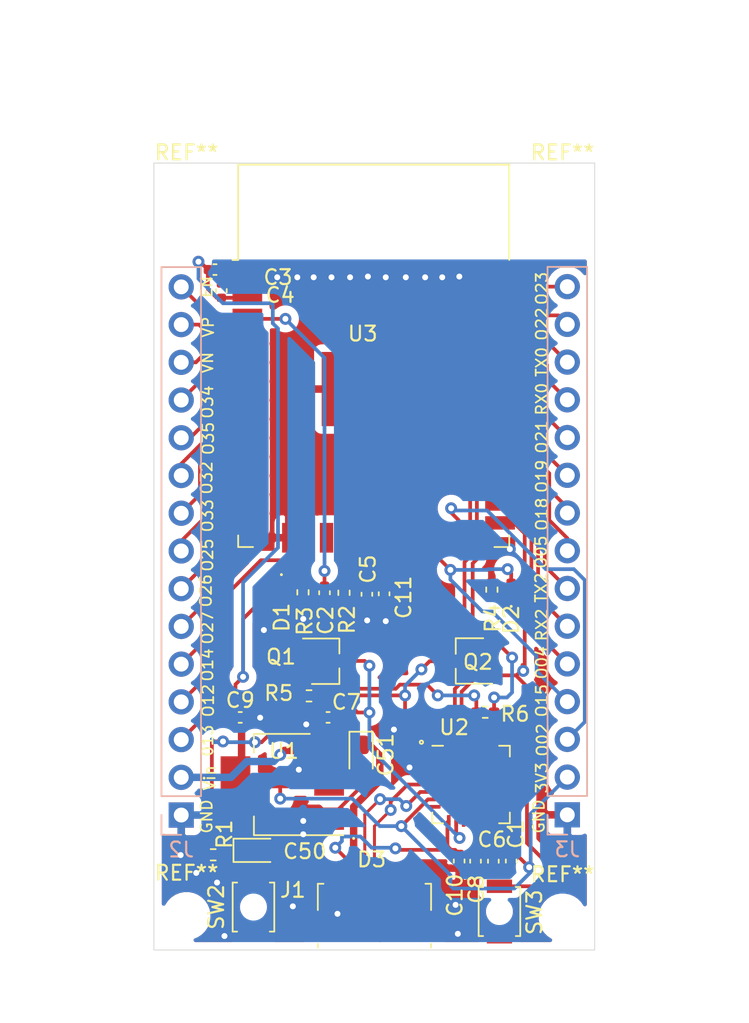
<source format=kicad_pcb>
(kicad_pcb (version 20171130) (host pcbnew "(5.1.8)-1")
  (layers (0 F.Cu signal) (31 B.Cu signal) (34 B.Paste user) (35 F.Paste user) (36 B.SilkS user) (37 F.SilkS user) (38 B.Mask user) (39 F.Mask user) (44 Edge.Cuts user))
  (net 0 "")
  (net 1 GND)
  (net 2 EN)
  (net 3 +3V3)
  (net 4 VBUS)
  (net 5 "Net-(D1-Pad1)")
  (net 6 "Net-(D2-Pad1)")
  (net 7 IO15)
  (net 8 D-)
  (net 9 D+)
  (net 10 VP)
  (net 11 VN)
  (net 12 IO27)
  (net 13 IO23)
  (net 14 IO22)
  (net 15 IO21)
  (net 16 IO19)
  (net 17 IO18)
  (net 18 TX2)
  (net 19 RX2)
  (net 20 IO14)
  (net 21 IO13)
  (net 22 I012)
  (net 23 IO5)
  (net 24 IO4)
  (net 25 RXD0)
  (net 26 IO2)
  (net 27 TXDO)
  (net 28 IO34)
  (net 29 IO35)
  (net 30 IO32)
  (net 31 IO33)
  (net 32 IO25)
  (net 33 IO26)
  (net 34 "Net-(Q1-Pad2)")
  (net 35 RTS)
  (net 36 IO0)
  (net 37 "Net-(Q2-Pad2)")
  (net 38 DTR)
  (net 39 "Net-(R1-Pad2)")
  (net 40 Vin)
  (module MountingHole:MountingHole_2.2mm_M2_DIN965 (layer F.Cu) (at 190.41 63.22)
    (fp_text reference REF** (at 0 -2.9) (layer F.SilkS))
    (fp_text value MountingHole_2.2mm_M2_DIN965)
    (pad 1 np_thru_hole circle (at 0 0) (size 2.2 2.2) (drill 2.2) (layers *.Cu *.Mask))
  )
  (module MountingHole:MountingHole_2.2mm_M2_DIN965 (layer F.Cu) (at 215.71 63.22)
    (fp_text reference REF** (at 0 -2.9) (layer F.SilkS))
    (fp_text value MountingHole_2.2mm_M2_DIN965)
    (pad 1 np_thru_hole circle (at 0 0) (size 2.2 2.2) (drill 2.2) (layers *.Cu *.Mask))
  )
  (module MountingHole:MountingHole_2.2mm_M2_DIN965 (layer F.Cu) (at 215.71 111.82)
    (fp_text reference REF** (at 0 -2.9) (layer F.SilkS))
    (fp_text value MountingHole_2.2mm_M2_DIN965)
    (pad 1 np_thru_hole circle (at 0 0) (size 2.2 2.2) (drill 2.2) (layers *.Cu *.Mask))
  )
  (module MountingHole:MountingHole_2.2mm_M2_DIN965 (layer F.Cu) (at 190.41 111.72)
    (fp_text reference REF** (at 0 -2.9) (layer F.SilkS))
    (fp_text value MountingHole_2.2mm_M2_DIN965)
    (pad 1 np_thru_hole circle (at 0 0) (size 2.2 2.2) (drill 2.2) (layers *.Cu *.Mask))
  )
  (module Connector_USB:USB_Micro-B_Molex_47346-0001 (layer F.Cu) (at 203.05 111.26)
    (fp_text reference J1 (at -5.49 -1.29 180) (layer F.SilkS))
    (fp_text value USB_B_Micro)
    (pad 1 smd rect (at -1.3 -1.46) (size 0.45 1.38) (layers F.Cu F.Paste F.Mask) (net 4 VBUS))
    (pad 2 smd rect (at -0.65 -1.46) (size 0.45 1.38) (layers F.Cu F.Paste F.Mask) (net 8 D-))
    (pad 3 smd rect (at 0 -1.46) (size 0.45 1.38) (layers F.Cu F.Paste F.Mask) (net 9 D+))
    (pad 4 smd rect (at 0.65 -1.46) (size 0.45 1.38) (layers F.Cu F.Paste F.Mask))
    (pad 5 smd rect (at 1.3 -1.46) (size 0.45 1.38) (layers F.Cu F.Paste F.Mask) (net 1 GND))
    (pad 6 smd rect (at -2.4875 -1.375) (size 1.425 1.55) (layers F.Cu F.Paste F.Mask) (net 1 GND))
    (pad 6 smd rect (at 2.4875 -1.375) (size 1.425 1.55) (layers F.Cu F.Paste F.Mask) (net 1 GND))
    (pad 6 smd rect (at -3.375 1.2) (size 1.65 1.3) (layers F.Cu F.Paste F.Mask) (net 1 GND))
    (pad 6 smd rect (at 3.375 1.2) (size 1.65 1.3) (layers F.Cu F.Paste F.Mask) (net 1 GND))
    (pad 6 smd rect (at -1.15 1.2) (size 1.8 1.9) (layers F.Cu F.Paste F.Mask) (net 1 GND))
    (pad 6 smd rect (at 1.55 1.2) (size 1 1.9) (layers F.Cu F.Paste F.Mask) (net 1 GND))
  )
  (module Capacitor_SMD:C_0402_1005Metric (layer F.Cu) (at 199.69 89.96 90)
    (fp_text reference C2 (at -1.86 0.07 90) (layer F.SilkS))
    (fp_text value 0.1uF)
    (pad 2 smd roundrect (at 0.48 0 90) (size 0.56 0.62) (layers F.Cu F.Paste F.Mask) (net 2 EN))
    (pad 1 smd roundrect (at -0.48 0 90) (size 0.56 0.62) (layers F.Cu F.Paste F.Mask) (net 1 GND))
  )
  (module Capacitor_SMD:C_0402_1005Metric (layer F.Cu) (at 192.32 68.2)
    (fp_text reference C3 (at 4.24 0.52) (layer F.SilkS))
    (fp_text value 0.1uF)
    (pad 2 smd roundrect (at 0.48 0) (size 0.56 0.62) (layers F.Cu F.Paste F.Mask) (net 1 GND))
    (pad 1 smd roundrect (at -0.48 0) (size 0.56 0.62) (layers F.Cu F.Paste F.Mask) (net 3 +3V3))
  )
  (module Capacitor_SMD:C_0402_1005Metric (layer F.Cu) (at 192.75 69.62 90)
    (fp_text reference C4 (at -0.3 3.96 180) (layer F.SilkS))
    (fp_text value 0.01uF)
    (pad 1 smd roundrect (at -0.48 0 90) (size 0.56 0.62) (layers F.Cu F.Paste F.Mask) (net 3 +3V3))
    (pad 2 smd roundrect (at 0.48 0 90) (size 0.56 0.62) (layers F.Cu F.Paste F.Mask) (net 1 GND))
  )
  (module Capacitor_SMD:C_0402_1005Metric (layer F.Cu) (at 202.54 90.06 270)
    (fp_text reference C5 (at -1.69 -0.07 90) (layer F.SilkS))
    (fp_text value 10uF)
    (pad 1 smd roundrect (at -0.48 0 270) (size 0.56 0.62) (layers F.Cu F.Paste F.Mask) (net 3 +3V3))
    (pad 2 smd roundrect (at 0.48 0 270) (size 0.56 0.62) (layers F.Cu F.Paste F.Mask) (net 1 GND))
  )
  (module Capacitor_SMD:C_0402_1005Metric (layer F.Cu) (at 199.93 98.35 180)
    (fp_text reference C7 (at -1.23 1.03) (layer F.SilkS))
    (fp_text value 0.1uF)
    (pad 1 smd roundrect (at -0.48 0 180) (size 0.56 0.62) (layers F.Cu F.Paste F.Mask) (net 40 Vin))
    (pad 2 smd roundrect (at 0.48 0 180) (size 0.56 0.62) (layers F.Cu F.Paste F.Mask) (net 1 GND))
  )
  (module Capacitor_SMD:C_0402_1005Metric (layer F.Cu) (at 194.02 98.35)
    (fp_text reference C9 (at 0 -1.16) (layer F.SilkS))
    (fp_text value 0.1uF)
    (pad 2 smd roundrect (at 0.48 0) (size 0.56 0.62) (layers F.Cu F.Paste F.Mask) (net 1 GND))
    (pad 1 smd roundrect (at -0.48 0) (size 0.56 0.62) (layers F.Cu F.Paste F.Mask) (net 3 +3V3))
  )
  (module Capacitor_Tantalum_SMD:CP_EIA-1608-08_AVX-J_Pad1.25x1.05mm_HandSolder (layer F.Cu) (at 195.25 107.3)
    (fp_text reference C50 (at 3.11 0.07) (layer F.SilkS))
    (fp_text value 10uF)
    (pad 2 smd roundrect (at 0.8 0) (size 1.25 1.05) (layers F.Cu F.Paste F.Mask) (roundrect_rratio 0.238095) (net 1 GND))
    (pad 1 smd roundrect (at -0.8 0) (size 1.25 1.05) (layers F.Cu F.Paste F.Mask) (roundrect_rratio 0.238095) (net 3 +3V3))
  )
  (module Capacitor_Tantalum_SMD:CP_EIA-1608-08_AVX-J_Pad1.25x1.05mm_HandSolder (layer F.Cu) (at 202.15 101 270)
    (fp_text reference C51 (at -0.13 -1.66 90) (layer F.SilkS))
    (fp_text value 10uF)
    (pad 1 smd roundrect (at -0.8 0 270) (size 1.25 1.05) (layers F.Cu F.Paste F.Mask) (roundrect_rratio 0.238095) (net 40 Vin))
    (pad 2 smd roundrect (at 0.8 0 270) (size 1.25 1.05) (layers F.Cu F.Paste F.Mask) (roundrect_rratio 0.238095) (net 1 GND))
  )
  (module LED_SMD:LED_0402_1005Metric (layer F.Cu) (at 196.79 89.83 270)
    (fp_text reference D1 (at 1.79 -0.02 90) (layer F.SilkS))
    (fp_text value LED)
    (pad 1 smd roundrect (at -0.485 0 270) (size 0.59 0.64) (layers F.Cu F.Paste F.Mask) (net 5 "Net-(D1-Pad1)"))
    (pad 2 smd roundrect (at 0.485 0 270) (size 0.59 0.64) (layers F.Cu F.Paste F.Mask) (net 3 +3V3))
  )
  (module LED_SMD:LED_0402_1005Metric (layer F.Cu) (at 212.25 89.785 90)
    (fp_text reference D2 (at -1.985 0.01 90) (layer F.SilkS))
    (fp_text value LED)
    (pad 2 smd roundrect (at 0.485 0 90) (size 0.59 0.64) (layers F.Cu F.Paste F.Mask) (net 7 IO15))
    (pad 1 smd roundrect (at -0.485 0 90) (size 0.59 0.64) (layers F.Cu F.Paste F.Mask) (net 6 "Net-(D2-Pad1)"))
  )
  (module Connector_PinHeader_2.54mm:PinHeader_1x15_P2.54mm_Vertical (layer B.Cu) (at 190.05 104.925)
    (fp_text reference J2 (at 0 2.33) (layer B.SilkS) (effects (justify mirror)))
    (fp_text value Conn_01x15_Male)
    (pad 1 thru_hole rect (at 0 0) (size 1.7 1.7) (drill 1) (layers *.Cu *.Mask) (net 1 GND))
    (pad 2 thru_hole oval (at 0 -2.54) (size 1.7 1.7) (drill 1) (layers *.Cu *.Mask) (net 40 Vin))
    (pad 3 thru_hole oval (at 0 -5.08) (size 1.7 1.7) (drill 1) (layers *.Cu *.Mask) (net 21 IO13))
    (pad 4 thru_hole oval (at 0 -7.62) (size 1.7 1.7) (drill 1) (layers *.Cu *.Mask) (net 22 I012))
    (pad 5 thru_hole oval (at 0 -10.16) (size 1.7 1.7) (drill 1) (layers *.Cu *.Mask) (net 20 IO14))
    (pad 6 thru_hole oval (at 0 -12.7) (size 1.7 1.7) (drill 1) (layers *.Cu *.Mask) (net 12 IO27))
    (pad 7 thru_hole oval (at 0 -15.24) (size 1.7 1.7) (drill 1) (layers *.Cu *.Mask) (net 33 IO26))
    (pad 8 thru_hole oval (at 0 -17.78) (size 1.7 1.7) (drill 1) (layers *.Cu *.Mask) (net 32 IO25))
    (pad 9 thru_hole oval (at 0 -20.32) (size 1.7 1.7) (drill 1) (layers *.Cu *.Mask) (net 31 IO33))
    (pad 10 thru_hole oval (at 0 -22.86) (size 1.7 1.7) (drill 1) (layers *.Cu *.Mask) (net 30 IO32))
    (pad 11 thru_hole oval (at 0 -25.4) (size 1.7 1.7) (drill 1) (layers *.Cu *.Mask) (net 29 IO35))
    (pad 12 thru_hole oval (at 0 -27.94) (size 1.7 1.7) (drill 1) (layers *.Cu *.Mask) (net 28 IO34))
    (pad 13 thru_hole oval (at 0 -30.48) (size 1.7 1.7) (drill 1) (layers *.Cu *.Mask) (net 11 VN))
    (pad 14 thru_hole oval (at 0 -33.02) (size 1.7 1.7) (drill 1) (layers *.Cu *.Mask) (net 10 VP))
    (pad 15 thru_hole oval (at 0 -35.56) (size 1.7 1.7) (drill 1) (layers *.Cu *.Mask) (net 2 EN))
  )
  (module Connector_PinHeader_2.54mm:PinHeader_1x15_P2.54mm_Vertical (layer B.Cu) (at 216.025 104.91)
    (fp_text reference J3 (at 0 2.33) (layer B.SilkS) (effects (justify mirror)))
    (fp_text value Conn_01x15_Male)
    (pad 15 thru_hole oval (at 0 -35.56) (size 1.7 1.7) (drill 1) (layers *.Cu *.Mask) (net 13 IO23))
    (pad 14 thru_hole oval (at 0 -33.02) (size 1.7 1.7) (drill 1) (layers *.Cu *.Mask) (net 14 IO22))
    (pad 13 thru_hole oval (at 0 -30.48) (size 1.7 1.7) (drill 1) (layers *.Cu *.Mask) (net 27 TXDO))
    (pad 12 thru_hole oval (at 0 -27.94) (size 1.7 1.7) (drill 1) (layers *.Cu *.Mask) (net 25 RXD0))
    (pad 11 thru_hole oval (at 0 -25.4) (size 1.7 1.7) (drill 1) (layers *.Cu *.Mask) (net 15 IO21))
    (pad 10 thru_hole oval (at 0 -22.86) (size 1.7 1.7) (drill 1) (layers *.Cu *.Mask) (net 16 IO19))
    (pad 9 thru_hole oval (at 0 -20.32) (size 1.7 1.7) (drill 1) (layers *.Cu *.Mask) (net 17 IO18))
    (pad 8 thru_hole oval (at 0 -17.78) (size 1.7 1.7) (drill 1) (layers *.Cu *.Mask) (net 23 IO5))
    (pad 7 thru_hole oval (at 0 -15.24) (size 1.7 1.7) (drill 1) (layers *.Cu *.Mask) (net 18 TX2))
    (pad 6 thru_hole oval (at 0 -12.7) (size 1.7 1.7) (drill 1) (layers *.Cu *.Mask) (net 19 RX2))
    (pad 5 thru_hole oval (at 0 -10.16) (size 1.7 1.7) (drill 1) (layers *.Cu *.Mask) (net 24 IO4))
    (pad 4 thru_hole oval (at 0 -7.62) (size 1.7 1.7) (drill 1) (layers *.Cu *.Mask) (net 7 IO15))
    (pad 3 thru_hole oval (at 0 -5.08) (size 1.7 1.7) (drill 1) (layers *.Cu *.Mask) (net 26 IO2))
    (pad 2 thru_hole oval (at 0 -2.54) (size 1.7 1.7) (drill 1) (layers *.Cu *.Mask) (net 3 +3V3))
    (pad 1 thru_hole rect (at 0 0) (size 1.7 1.7) (drill 1) (layers *.Cu *.Mask) (net 1 GND))
  )
  (module Resistor_SMD:R_0402_1005Metric (layer F.Cu) (at 201 89.96 90)
    (fp_text reference R2 (at -1.81 0.21 90) (layer F.SilkS))
    (fp_text value 10k)
    (pad 1 smd roundrect (at -0.51 0 90) (size 0.54 0.64) (layers F.Cu F.Paste F.Mask) (net 3 +3V3))
    (pad 2 smd roundrect (at 0.51 0 90) (size 0.54 0.64) (layers F.Cu F.Paste F.Mask) (net 2 EN))
  )
  (module Resistor_SMD:R_0402_1005Metric (layer F.Cu) (at 198.24 89.93 90)
    (fp_text reference R3 (at -1.94 0.12 90) (layer F.SilkS))
    (fp_text value 10k)
    (pad 1 smd roundrect (at -0.51 0 90) (size 0.54 0.64) (layers F.Cu F.Paste F.Mask) (net 1 GND))
    (pad 2 smd roundrect (at 0.51 0 90) (size 0.54 0.64) (layers F.Cu F.Paste F.Mask) (net 5 "Net-(D1-Pad1)"))
  )
  (module Resistor_SMD:R_0402_1005Metric (layer F.Cu) (at 210.95 89.75 270)
    (fp_text reference R4 (at 1.92 -0.06 90) (layer F.SilkS))
    (fp_text value 10k)
    (pad 2 smd roundrect (at 0.51 0 270) (size 0.54 0.64) (layers F.Cu F.Paste F.Mask) (net 6 "Net-(D2-Pad1)"))
    (pad 1 smd roundrect (at -0.51 0 270) (size 0.54 0.64) (layers F.Cu F.Paste F.Mask) (net 1 GND))
  )
  (module Button_Switch_SMD:SW_SPST_B3U-1000P-B (layer F.Cu) (at 194.91 111.12 90)
    (fp_text reference SW2 (at 0 -2.5 90) (layer F.SilkS))
    (fp_text value SW_Push)
    (pad "" np_thru_hole circle (at 0 0 90) (size 0.8 0.8) (drill 0.8) (layers *.Cu *.Mask))
    (pad 2 smd rect (at 1.7 0 90) (size 0.9 1.7) (layers F.Cu F.Paste F.Mask) (net 39 "Net-(R1-Pad2)"))
    (pad 1 smd rect (at -1.7 0 90) (size 0.9 1.7) (layers F.Cu F.Paste F.Mask) (net 1 GND))
  )
  (module Button_Switch_SMD:SW_SPST_B3U-1000P-B (layer F.Cu) (at 211.46 111.42 270)
    (fp_text reference SW3 (at 0.05 -2.35 90) (layer F.SilkS))
    (fp_text value SW_Push hide)
    (pad 1 smd rect (at -1.7 0 270) (size 0.9 1.7) (layers F.Cu F.Paste F.Mask) (net 36 IO0))
    (pad 2 smd rect (at 1.7 0 270) (size 0.9 1.7) (layers F.Cu F.Paste F.Mask) (net 1 GND))
    (pad "" np_thru_hole circle (at 0 0 270) (size 0.8 0.8) (drill 0.8) (layers *.Cu *.Mask))
  )
  (module Package_TO_SOT_SMD:SOT-223-3_TabPin2 (layer F.Cu) (at 196.85 102.87 180)
    (fp_text reference U1 (at -0.11 2.25) (layer F.SilkS))
    (fp_text value LM1117-3.3)
    (pad 2 smd rect (at 3.15 0 180) (size 2 3.8) (layers F.Cu F.Paste F.Mask) (net 3 +3V3))
    (pad 2 smd rect (at -3.15 0 180) (size 2 1.5) (layers F.Cu F.Paste F.Mask) (net 3 +3V3))
    (pad 3 smd rect (at -3.15 2.3 180) (size 2 1.5) (layers F.Cu F.Paste F.Mask) (net 40 Vin))
    (pad 1 smd rect (at -3.15 -2.3 180) (size 2 1.5) (layers F.Cu F.Paste F.Mask) (net 1 GND))
  )
  (module Package_DFN_QFN:QFN-28-1EP_5x5mm_P0.5mm_EP3.35x3.35mm (layer F.Cu) (at 209.55 102.87)
    (fp_text reference U2 (at -1.14 -3.85) (layer F.SilkS))
    (fp_text value CP2102N-A01-GQFN28)
    (pad 1 smd roundrect (at -2.45 -1.5) (size 0.8 0.25) (layers F.Cu F.Paste F.Mask))
    (pad 2 smd roundrect (at -2.45 -1) (size 0.8 0.25) (layers F.Cu F.Paste F.Mask))
    (pad 3 smd roundrect (at -2.45 -0.5) (size 0.8 0.25) (layers F.Cu F.Paste F.Mask) (net 1 GND))
    (pad 4 smd roundrect (at -2.45 0) (size 0.8 0.25) (layers F.Cu F.Paste F.Mask) (net 9 D+))
    (pad 5 smd roundrect (at -2.45 0.5) (size 0.8 0.25) (layers F.Cu F.Paste F.Mask) (net 8 D-))
    (pad 6 smd roundrect (at -2.45 1) (size 0.8 0.25) (layers F.Cu F.Paste F.Mask) (net 3 +3V3))
    (pad 7 smd roundrect (at -2.45 1.5) (size 0.8 0.25) (layers F.Cu F.Paste F.Mask))
    (pad 8 smd roundrect (at -1.5 2.45) (size 0.25 0.8) (layers F.Cu F.Paste F.Mask) (net 4 VBUS))
    (pad 9 smd roundrect (at -1 2.45) (size 0.25 0.8) (layers F.Cu F.Paste F.Mask) (net 2 EN))
    (pad 10 smd roundrect (at -0.5 2.45) (size 0.25 0.8) (layers F.Cu F.Paste F.Mask))
    (pad 11 smd roundrect (at 0 2.45) (size 0.25 0.8) (layers F.Cu F.Paste F.Mask) (net 3 +3V3))
    (pad 12 smd roundrect (at 0.5 2.45) (size 0.25 0.8) (layers F.Cu F.Paste F.Mask))
    (pad 13 smd roundrect (at 1 2.45) (size 0.25 0.8) (layers F.Cu F.Paste F.Mask))
    (pad 14 smd roundrect (at 1.5 2.45) (size 0.25 0.8) (layers F.Cu F.Paste F.Mask))
    (pad 15 smd roundrect (at 2.45 1.5) (size 0.8 0.25) (layers F.Cu F.Paste F.Mask))
    (pad 16 smd roundrect (at 2.45 1) (size 0.8 0.25) (layers F.Cu F.Paste F.Mask))
    (pad 17 smd roundrect (at 2.45 0.5) (size 0.8 0.25) (layers F.Cu F.Paste F.Mask))
    (pad 18 smd roundrect (at 2.45 0) (size 0.8 0.25) (layers F.Cu F.Paste F.Mask))
    (pad 19 smd roundrect (at 2.45 -0.5) (size 0.8 0.25) (layers F.Cu F.Paste F.Mask))
    (pad 20 smd roundrect (at 2.45 -1) (size 0.8 0.25) (layers F.Cu F.Paste F.Mask))
    (pad 21 smd roundrect (at 2.45 -1.5) (size 0.8 0.25) (layers F.Cu F.Paste F.Mask))
    (pad 22 smd roundrect (at 1.5 -2.45) (size 0.25 0.8) (layers F.Cu F.Paste F.Mask))
    (pad 23 smd roundrect (at 1 -2.45) (size 0.25 0.8) (layers F.Cu F.Paste F.Mask))
    (pad 24 smd roundrect (at 0.5 -2.45) (size 0.25 0.8) (layers F.Cu F.Paste F.Mask) (net 35 RTS))
    (pad 25 smd roundrect (at 0 -2.45) (size 0.25 0.8) (layers F.Cu F.Paste F.Mask) (net 25 RXD0))
    (pad 26 smd roundrect (at -0.5 -2.45) (size 0.25 0.8) (layers F.Cu F.Paste F.Mask) (net 27 TXDO))
    (pad 27 smd roundrect (at -1 -2.45) (size 0.25 0.8) (layers F.Cu F.Paste F.Mask))
    (pad 28 smd roundrect (at -1.5 -2.45) (size 0.25 0.8) (layers F.Cu F.Paste F.Mask) (net 38 DTR))
    (pad 29 smd rect (at 0 0) (size 3.35 3.35) (layers F.Cu F.Mask) (net 1 GND))
  )
  (module RF_Module:ESP32-WROOM-32 (layer F.Cu) (at 203 77)
    (fp_text reference U3 (at -0.74 -4.48 180) (layer F.SilkS))
    (fp_text value ESP32-WROOM-32 hide)
    (pad 39 smd rect (at -1 -0.755) (size 5 5) (layers F.Cu F.Paste F.Mask) (net 1 GND))
    (pad 1 smd rect (at -8.5 -8.255) (size 2 0.9) (layers F.Cu F.Paste F.Mask) (net 1 GND))
    (pad 2 smd rect (at -8.5 -6.985) (size 2 0.9) (layers F.Cu F.Paste F.Mask) (net 3 +3V3))
    (pad 3 smd rect (at -8.5 -5.715) (size 2 0.9) (layers F.Cu F.Paste F.Mask) (net 2 EN))
    (pad 4 smd rect (at -8.5 -4.445) (size 2 0.9) (layers F.Cu F.Paste F.Mask) (net 10 VP))
    (pad 5 smd rect (at -8.5 -3.175) (size 2 0.9) (layers F.Cu F.Paste F.Mask) (net 11 VN))
    (pad 6 smd rect (at -8.5 -1.905) (size 2 0.9) (layers F.Cu F.Paste F.Mask) (net 28 IO34))
    (pad 7 smd rect (at -8.5 -0.635) (size 2 0.9) (layers F.Cu F.Paste F.Mask) (net 29 IO35))
    (pad 8 smd rect (at -8.5 0.635) (size 2 0.9) (layers F.Cu F.Paste F.Mask) (net 30 IO32))
    (pad 9 smd rect (at -8.5 1.905) (size 2 0.9) (layers F.Cu F.Paste F.Mask) (net 31 IO33))
    (pad 10 smd rect (at -8.5 3.175) (size 2 0.9) (layers F.Cu F.Paste F.Mask) (net 32 IO25))
    (pad 11 smd rect (at -8.5 4.445) (size 2 0.9) (layers F.Cu F.Paste F.Mask) (net 33 IO26))
    (pad 12 smd rect (at -8.5 5.715) (size 2 0.9) (layers F.Cu F.Paste F.Mask) (net 12 IO27))
    (pad 13 smd rect (at -8.5 6.985) (size 2 0.9) (layers F.Cu F.Paste F.Mask) (net 20 IO14))
    (pad 14 smd rect (at -8.5 8.255) (size 2 0.9) (layers F.Cu F.Paste F.Mask) (net 22 I012))
    (pad 15 smd rect (at -5.715 9.255 90) (size 2 0.9) (layers F.Cu F.Paste F.Mask) (net 1 GND))
    (pad 16 smd rect (at -4.445 9.255 90) (size 2 0.9) (layers F.Cu F.Paste F.Mask) (net 21 IO13))
    (pad 17 smd rect (at -3.175 9.255 90) (size 2 0.9) (layers F.Cu F.Paste F.Mask))
    (pad 18 smd rect (at -1.905 9.255 90) (size 2 0.9) (layers F.Cu F.Paste F.Mask))
    (pad 19 smd rect (at -0.635 9.255 90) (size 2 0.9) (layers F.Cu F.Paste F.Mask))
    (pad 20 smd rect (at 0.635 9.255 90) (size 2 0.9) (layers F.Cu F.Paste F.Mask))
    (pad 21 smd rect (at 1.905 9.255 90) (size 2 0.9) (layers F.Cu F.Paste F.Mask))
    (pad 22 smd rect (at 3.175 9.255 90) (size 2 0.9) (layers F.Cu F.Paste F.Mask))
    (pad 23 smd rect (at 4.445 9.255 90) (size 2 0.9) (layers F.Cu F.Paste F.Mask) (net 7 IO15))
    (pad 24 smd rect (at 5.715 9.255 90) (size 2 0.9) (layers F.Cu F.Paste F.Mask) (net 26 IO2))
    (pad 25 smd rect (at 8.5 8.255) (size 2 0.9) (layers F.Cu F.Paste F.Mask) (net 36 IO0))
    (pad 26 smd rect (at 8.5 6.985) (size 2 0.9) (layers F.Cu F.Paste F.Mask) (net 24 IO4))
    (pad 27 smd rect (at 8.5 5.715) (size 2 0.9) (layers F.Cu F.Paste F.Mask) (net 19 RX2))
    (pad 28 smd rect (at 8.5 4.445) (size 2 0.9) (layers F.Cu F.Paste F.Mask) (net 18 TX2))
    (pad 29 smd rect (at 8.5 3.175) (size 2 0.9) (layers F.Cu F.Paste F.Mask) (net 23 IO5))
    (pad 30 smd rect (at 8.5 1.905) (size 2 0.9) (layers F.Cu F.Paste F.Mask) (net 17 IO18))
    (pad 31 smd rect (at 8.5 0.635) (size 2 0.9) (layers F.Cu F.Paste F.Mask) (net 16 IO19))
    (pad 32 smd rect (at 8.5 -0.635) (size 2 0.9) (layers F.Cu F.Paste F.Mask))
    (pad 33 smd rect (at 8.5 -1.905) (size 2 0.9) (layers F.Cu F.Paste F.Mask) (net 15 IO21))
    (pad 34 smd rect (at 8.5 -3.175) (size 2 0.9) (layers F.Cu F.Paste F.Mask) (net 25 RXD0))
    (pad 35 smd rect (at 8.5 -4.445) (size 2 0.9) (layers F.Cu F.Paste F.Mask) (net 27 TXDO))
    (pad 36 smd rect (at 8.5 -5.715) (size 2 0.9) (layers F.Cu F.Paste F.Mask) (net 14 IO22))
    (pad 37 smd rect (at 8.5 -6.985) (size 2 0.9) (layers F.Cu F.Paste F.Mask) (net 13 IO23))
    (pad 38 smd rect (at 8.5 -8.255) (size 2 0.9) (layers F.Cu F.Paste F.Mask) (net 1 GND))
  )
  (module Capacitor_SMD:C_0402_1005Metric (layer F.Cu) (at 212.25 108.02 270)
    (fp_text reference C1 (at -1.8 -0.31 90) (layer F.SilkS))
    (fp_text value 10uF)
    (pad 2 smd roundrect (at 0.48 0 270) (size 0.56 0.62) (layers F.Cu F.Paste F.Mask) (net 1 GND))
    (pad 1 smd roundrect (at -0.48 0 270) (size 0.56 0.62) (layers F.Cu F.Paste F.Mask) (net 3 +3V3))
  )
  (module Capacitor_SMD:C_0402_1005Metric (layer F.Cu) (at 211.05 108.03 270)
    (fp_text reference C6 (at -1.46 0.09 180) (layer F.SilkS))
    (fp_text value 0.1uF)
    (pad 1 smd roundrect (at -0.48 0 270) (size 0.56 0.62) (layers F.Cu F.Paste F.Mask) (net 3 +3V3))
    (pad 2 smd roundrect (at 0.48 0 270) (size 0.56 0.62) (layers F.Cu F.Paste F.Mask) (net 1 GND))
  )
  (module Capacitor_SMD:C_0402_1005Metric (layer F.Cu) (at 209.85 108.03 270)
    (fp_text reference C8 (at 1.89 -0.06 270) (layer F.SilkS))
    (fp_text value 0.1uF)
    (pad 1 smd roundrect (at -0.48 0 270) (size 0.56 0.62) (layers F.Cu F.Paste F.Mask) (net 4 VBUS))
    (pad 2 smd roundrect (at 0.48 0 270) (size 0.56 0.62) (layers F.Cu F.Paste F.Mask) (net 1 GND))
  )
  (module Capacitor_SMD:C_0402_1005Metric (layer F.Cu) (at 208.75 108.02 270)
    (fp_text reference C10 (at 2.3 0.29 90) (layer F.SilkS))
    (fp_text value 10uF)
    (pad 2 smd roundrect (at 0.48 0 270) (size 0.56 0.62) (layers F.Cu F.Paste F.Mask) (net 1 GND))
    (pad 1 smd roundrect (at -0.48 0 270) (size 0.56 0.62) (layers F.Cu F.Paste F.Mask) (net 4 VBUS))
  )
  (module Capacitor_SMD:C_0402_1005Metric (layer F.Cu) (at 203.7 90.03 270)
    (fp_text reference C11 (at 0.24 -1.31 90) (layer F.SilkS))
    (fp_text value 1uF)
    (pad 1 smd roundrect (at -0.48 0 270) (size 0.56 0.62) (layers F.Cu F.Paste F.Mask) (net 3 +3V3))
    (pad 2 smd roundrect (at 0.48 0 270) (size 0.56 0.62) (layers F.Cu F.Paste F.Mask) (net 1 GND))
  )
  (module Package_TO_SOT_SMD:TSOT-23 (layer F.Cu) (at 199.74 94.55)
    (fp_text reference Q1 (at -2.98 -0.28) (layer F.SilkS))
    (fp_text value S8050)
    (pad 3 smd rect (at 1.31 0) (size 1.22 0.65) (layers F.Cu F.Paste F.Mask) (net 2 EN))
    (pad 2 smd rect (at -1.31 0.95) (size 1.22 0.65) (layers F.Cu F.Paste F.Mask) (net 34 "Net-(Q1-Pad2)"))
    (pad 1 smd rect (at -1.31 -0.95) (size 1.22 0.65) (layers F.Cu F.Paste F.Mask) (net 35 RTS))
  )
  (module Package_TO_SOT_SMD:TSOT-23 (layer F.Cu) (at 209.47 94.57 180)
    (fp_text reference Q2 (at -0.54 -0.05) (layer F.SilkS))
    (fp_text value S8050)
    (pad 1 smd rect (at -1.31 -0.95 180) (size 1.22 0.65) (layers F.Cu F.Paste F.Mask) (net 36 IO0))
    (pad 2 smd rect (at -1.31 0.95 180) (size 1.22 0.65) (layers F.Cu F.Paste F.Mask) (net 37 "Net-(Q2-Pad2)"))
    (pad 3 smd rect (at 1.31 0 180) (size 1.22 0.65) (layers F.Cu F.Paste F.Mask) (net 38 DTR))
  )
  (module Resistor_SMD:R_0402_1005Metric_Pad0.72x0.64mm_HandSolder (layer F.Cu) (at 192.2 107.6 180)
    (fp_text reference R1 (at -0.76 1.38 90) (layer F.SilkS))
    (fp_text value 470)
    (pad 1 smd roundrect (at -0.5975 0 180) (size 0.715 0.64) (layers F.Cu F.Paste F.Mask) (net 2 EN))
    (pad 2 smd roundrect (at 0.5975 0 180) (size 0.715 0.64) (layers F.Cu F.Paste F.Mask) (net 39 "Net-(R1-Pad2)"))
  )
  (module Resistor_SMD:R_0402_1005Metric_Pad0.72x0.64mm_HandSolder (layer F.Cu) (at 198.6475 96.9)
    (fp_text reference R5 (at -2.0375 -0.18) (layer F.SilkS))
    (fp_text value "12k 1%")
    (pad 2 smd roundrect (at 0.5975 0) (size 0.715 0.64) (layers F.Cu F.Paste F.Mask) (net 38 DTR))
    (pad 1 smd roundrect (at -0.5975 0) (size 0.715 0.64) (layers F.Cu F.Paste F.Mask) (net 34 "Net-(Q1-Pad2)"))
  )
  (module Resistor_SMD:R_0402_1005Metric_Pad0.72x0.64mm_HandSolder (layer F.Cu) (at 210.5025 98 180)
    (fp_text reference R6 (at -2.0075 -0.12) (layer F.SilkS))
    (fp_text value "12k 1%")
    (pad 1 smd roundrect (at -0.5975 0 180) (size 0.715 0.64) (layers F.Cu F.Paste F.Mask) (net 37 "Net-(Q2-Pad2)"))
    (pad 2 smd roundrect (at 0.5975 0 180) (size 0.715 0.64) (layers F.Cu F.Paste F.Mask) (net 35 RTS))
  )
  (module Diode_SMD:D_0201_0603Metric_Pad0.64x0.40mm_HandSolder (layer F.Cu) (at 201.65 107.5325 270)
    (fp_text reference D3 (at 0.3875 -1.21 180) (layer F.SilkS))
    (fp_text value 1N5818)
    (pad 1 smd roundrect (at -0.4075 0 270) (size 0.635 0.4) (layers F.Cu F.Mask) (net 40 Vin))
    (pad 2 smd roundrect (at 0.4075 0 270) (size 0.635 0.4) (layers F.Cu F.Mask) (net 4 VBUS))
  )
  (gr_text "O23\n" (at 214.31 69.47 90) (layer F.SilkS) (effects (font (size 0.75 0.75) (thickness 0.12))))
  (gr_text "O22\n" (at 214.31 71.87 90) (layer F.SilkS) (effects (font (size 0.75 0.75) (thickness 0.12))))
  (gr_text "TX0\n" (at 214.31 74.42 90) (layer F.SilkS) (effects (font (size 0.75 0.75) (thickness 0.12))))
  (gr_text "RX0\n" (at 214.31 76.92 90) (layer F.SilkS) (effects (font (size 0.75 0.75) (thickness 0.12))))
  (gr_text "O21\n" (at 214.31 79.47 90) (layer F.SilkS) (effects (font (size 0.75 0.75) (thickness 0.12))))
  (gr_text O19 (at 214.31 82.12 90) (layer F.SilkS) (effects (font (size 0.75 0.75) (thickness 0.12))))
  (gr_text O18 (at 214.31 84.67 90) (layer F.SilkS) (effects (font (size 0.75 0.75) (thickness 0.12))))
  (gr_text O05 (at 214.26 87.22 90) (layer F.SilkS) (effects (font (size 0.75 0.75) (thickness 0.12))))
  (gr_text TX2 (at 214.26 89.62 90) (layer F.SilkS) (effects (font (size 0.75 0.75) (thickness 0.12))))
  (gr_text RX2 (at 214.31 92.12 90) (layer F.SilkS) (effects (font (size 0.75 0.75) (thickness 0.12))))
  (gr_text O04 (at 214.31 94.67 90) (layer F.SilkS) (effects (font (size 0.75 0.75) (thickness 0.12))))
  (gr_text O15 (at 214.31 97.22 90) (layer F.SilkS) (effects (font (size 0.75 0.75) (thickness 0.12))))
  (gr_text O02 (at 214.36 99.87 90) (layer F.SilkS) (effects (font (size 0.75 0.75) (thickness 0.12))))
  (gr_text 3V3 (at 214.31 102.42 90) (layer F.SilkS) (effects (font (size 0.75 0.75) (thickness 0.12))))
  (gr_text GND (at 214.11 105.02 90) (layer F.SilkS) (effects (font (size 0.75 0.75) (thickness 0.12))))
  (gr_text EN (at 191.76 69.37 90) (layer F.SilkS) (effects (font (size 0.75 0.75) (thickness 0.12))))
  (gr_text "VP\n" (at 191.86 72.07 90) (layer F.SilkS) (effects (font (size 0.75 0.75) (thickness 0.12))))
  (gr_text VN (at 191.81 74.47 90) (layer F.SilkS) (effects (font (size 0.75 0.75) (thickness 0.12))))
  (gr_text "O34\n" (at 191.81 77.12 90) (layer F.SilkS) (effects (font (size 0.75 0.75) (thickness 0.12))))
  (gr_text O35 (at 191.86 79.57 90) (layer F.SilkS) (effects (font (size 0.75 0.75) (thickness 0.12))))
  (gr_text "O32\n" (at 191.76 82.22 90) (layer F.SilkS) (effects (font (size 0.75 0.75) (thickness 0.12))))
  (gr_text O33 (at 191.81 84.77 90) (layer F.SilkS) (effects (font (size 0.75 0.75) (thickness 0.12))))
  (gr_text O25 (at 191.81 87.42 90) (layer F.SilkS) (effects (font (size 0.75 0.75) (thickness 0.12))))
  (gr_text "O26\n" (at 191.71 89.82 90) (layer F.SilkS) (effects (font (size 0.75 0.75) (thickness 0.12))))
  (gr_text O27 (at 191.81 92.32 90) (layer F.SilkS) (effects (font (size 0.75 0.75) (thickness 0.12))))
  (gr_text O14 (at 191.81 94.82 90) (layer F.SilkS) (effects (font (size 0.75 0.75) (thickness 0.12))))
  (gr_text O12 (at 191.86 97.22 90) (layer F.SilkS) (effects (font (size 0.75 0.75) (thickness 0.12))))
  (gr_text 013 (at 191.81 99.92 90) (layer F.SilkS) (effects (font (size 0.75 0.75) (thickness 0.12))))
  (gr_text "GND\n" (at 191.76 105.02 90) (layer F.SilkS) (effects (font (size 0.75 0.75) (thickness 0.12))))
  (gr_text Vin (at 191.96 102.42 90) (layer F.SilkS) (effects (font (size 0.75 0.75) (thickness 0.12))))
  (gr_circle (center 206.21 100.02) (end 206.31 100.07) (layer F.SilkS) (width 0.12))
  (gr_line (start 188.21 114.01) (end 188.21 61.03) (layer Edge.Cuts) (width 0.05))
  (gr_line (start 217.87 61.03) (end 217.87 114.01) (layer Edge.Cuts) (width 0.05))
  (gr_line (start 188.21 61.03) (end 217.87 61.03) (layer Edge.Cuts) (width 0.05))
  (gr_line (start 217.87 114.01) (end 188.21 114.01) (layer Edge.Cuts) (width 0.05))
  (segment (start 209.05 102.37) (end 209.55 102.87) (width 0.25) (layer F.Cu) (net 1))
  (segment (start 207.1 102.37) (end 209.05 102.37) (width 0.25) (layer F.Cu) (net 1))
  (segment (start 209.84 108.5) (end 209.85 108.51) (width 0.25) (layer F.Cu) (net 1))
  (segment (start 208.75 108.5) (end 209.84 108.5) (width 0.25) (layer F.Cu) (net 1))
  (segment (start 209.85 108.51) (end 211.05 108.51) (width 0.25) (layer F.Cu) (net 1))
  (segment (start 212.24 108.51) (end 212.25 108.5) (width 0.25) (layer F.Cu) (net 1))
  (segment (start 211.05 108.51) (end 212.24 108.51) (width 0.25) (layer F.Cu) (net 1))
  (segment (start 194.105 69.14) (end 194.5 68.745) (width 0.25) (layer F.Cu) (net 1))
  (segment (start 192.75 69.14) (end 194.105 69.14) (width 0.25) (layer F.Cu) (net 1))
  (segment (start 193.955 68.2) (end 194.5 68.745) (width 0.25) (layer F.Cu) (net 1))
  (segment (start 192.8 68.2) (end 193.955 68.2) (width 0.25) (layer F.Cu) (net 1))
  (segment (start 203.67 90.54) (end 203.7 90.51) (width 0.25) (layer F.Cu) (net 1))
  (segment (start 202.54 90.54) (end 203.67 90.54) (width 0.25) (layer F.Cu) (net 1))
  (segment (start 198.24 90.44) (end 199.69 90.44) (width 0.25) (layer F.Cu) (net 1))
  (segment (start 209.5 68.745) (end 202 76.245) (width 0.25) (layer F.Cu) (net 1))
  (segment (start 211.5 68.745) (end 209.5 68.745) (width 0.25) (layer F.Cu) (net 1))
  (segment (start 199.385 112.75) (end 199.675 112.46) (width 0.25) (layer F.Cu) (net 1))
  (segment (start 199.675 112.46) (end 201.9 112.46) (width 0.25) (layer F.Cu) (net 1))
  (segment (start 204.6 112.46) (end 201.9 112.46) (width 0.25) (layer F.Cu) (net 1))
  (segment (start 206.425 112.46) (end 204.6 112.46) (width 0.25) (layer F.Cu) (net 1))
  (segment (start 200.5625 109.885) (end 200.5625 111.5725) (width 0.25) (layer F.Cu) (net 1))
  (segment (start 205.4525 109.8) (end 205.5375 109.885) (width 0.25) (layer F.Cu) (net 1))
  (segment (start 204.35 109.8) (end 205.4525 109.8) (width 0.25) (layer F.Cu) (net 1))
  (segment (start 202 78.995) (end 202 76.245) (width 0.25) (layer F.Cu) (net 1))
  (segment (start 200 105.17) (end 202.15 103.02) (width 0.25) (layer F.Cu) (net 1))
  (segment (start 202.15 103.02) (end 202.15 101.8) (width 0.25) (layer F.Cu) (net 1))
  (segment (start 204.35 112.21) (end 204.6 112.46) (width 0.25) (layer F.Cu) (net 1))
  (segment (start 204.35 109.8) (end 204.35 112.21) (width 0.25) (layer F.Cu) (net 1))
  (via (at 196.51 68.72) (size 0.8) (drill 0.4) (layers F.Cu B.Cu) (net 1))
  (via (at 197.86 68.72) (size 0.8) (drill 0.4) (layers F.Cu B.Cu) (net 1))
  (via (at 198.96 68.72) (size 0.8) (drill 0.4) (layers F.Cu B.Cu) (net 1))
  (via (at 200.16 68.72) (size 0.8) (drill 0.4) (layers F.Cu B.Cu) (net 1))
  (via (at 201.41 68.72) (size 0.8) (drill 0.4) (layers F.Cu B.Cu) (net 1))
  (via (at 202.61 68.67) (size 0.8) (drill 0.4) (layers F.Cu B.Cu) (net 1))
  (via (at 203.81 68.72) (size 0.8) (drill 0.4) (layers F.Cu B.Cu) (net 1))
  (via (at 205.16 68.72) (size 0.8) (drill 0.4) (layers F.Cu B.Cu) (net 1))
  (via (at 206.46 68.72) (size 0.8) (drill 0.4) (layers F.Cu B.Cu) (net 1))
  (via (at 207.61 68.72) (size 0.8) (drill 0.4) (layers F.Cu B.Cu) (net 1))
  (via (at 208.76 68.67) (size 0.8) (drill 0.4) (layers F.Cu B.Cu) (net 1))
  (via (at 190.01 107.62) (size 0.8) (drill 0.4) (layers F.Cu B.Cu) (net 1))
  (via (at 192.46 109.47) (size 0.8) (drill 0.4) (layers F.Cu B.Cu) (net 1))
  (via (at 191.06 108.82) (size 0.8) (drill 0.4) (layers F.Cu B.Cu) (net 1))
  (via (at 192.96 113.07) (size 0.8) (drill 0.4) (layers F.Cu B.Cu) (net 1))
  (via (at 208.51 110.97) (size 0.8) (drill 0.4) (layers F.Cu B.Cu) (net 1))
  (via (at 208.66 112.92) (size 0.8) (drill 0.4) (layers F.Cu B.Cu) (net 1))
  (via (at 205.41 101.72) (size 0.8) (drill 0.4) (layers F.Cu B.Cu) (net 1))
  (via (at 198.26 105.32) (size 0.8) (drill 0.4) (layers F.Cu B.Cu) (net 1))
  (via (at 198.26 106.22) (size 0.8) (drill 0.4) (layers F.Cu B.Cu) (net 1))
  (segment (start 198.26 104.47) (end 198.26 106.22) (width 0.5) (layer F.Cu) (net 1))
  (segment (start 199.3 104.47) (end 200 105.17) (width 0.5) (layer F.Cu) (net 1))
  (segment (start 199.85 105.32) (end 200 105.17) (width 0.5) (layer F.Cu) (net 1))
  (segment (start 198.26 105.32) (end 199.85 105.32) (width 0.5) (layer F.Cu) (net 1))
  (segment (start 198.95 106.22) (end 200 105.17) (width 0.5) (layer F.Cu) (net 1))
  (segment (start 198.26 106.22) (end 198.95 106.22) (width 0.5) (layer F.Cu) (net 1))
  (segment (start 198.95 104.86) (end 198.56 104.47) (width 0.5) (layer F.Cu) (net 1))
  (segment (start 198.56 104.47) (end 199.3 104.47) (width 0.5) (layer F.Cu) (net 1))
  (segment (start 198.26 104.47) (end 198.56 104.47) (width 0.5) (layer F.Cu) (net 1))
  (segment (start 198.5 105.91) (end 198.26 105.67) (width 0.5) (layer F.Cu) (net 1))
  (segment (start 198.95 105.91) (end 198.5 105.91) (width 0.5) (layer F.Cu) (net 1))
  (segment (start 198.26 105.67) (end 198.26 105.32) (width 0.5) (layer F.Cu) (net 1))
  (segment (start 198.26 106.22) (end 198.26 105.67) (width 0.5) (layer F.Cu) (net 1))
  (segment (start 198.95 106.22) (end 198.95 105.91) (width 0.5) (layer F.Cu) (net 1))
  (segment (start 198.72 104.86) (end 198.26 105.32) (width 0.5) (layer F.Cu) (net 1))
  (segment (start 198.95 104.86) (end 198.72 104.86) (width 0.5) (layer F.Cu) (net 1))
  (segment (start 198.95 105.66) (end 198.65 105.66) (width 0.5) (layer F.Cu) (net 1))
  (segment (start 198.95 105.91) (end 198.95 105.66) (width 0.5) (layer F.Cu) (net 1))
  (segment (start 198.95 105.66) (end 198.95 104.86) (width 0.5) (layer F.Cu) (net 1))
  (via (at 198.46 98.82) (size 0.8) (drill 0.4) (layers F.Cu B.Cu) (net 1))
  (via (at 195.36 98.37) (size 0.8) (drill 0.4) (layers F.Cu B.Cu) (net 1))
  (via (at 202.56 91.82) (size 0.8) (drill 0.4) (layers F.Cu B.Cu) (net 1))
  (via (at 195.61 92.47) (size 0.8) (drill 0.4) (layers F.Cu B.Cu) (net 1))
  (via (at 203.81 91.87) (size 0.8) (drill 0.4) (layers F.Cu B.Cu) (net 1))
  (via (at 198.26 91.72) (size 0.8) (drill 0.4) (layers F.Cu B.Cu) (net 1))
  (via (at 212.16 87.02) (size 0.8) (drill 0.4) (layers F.Cu B.Cu) (net 1))
  (via (at 197.96 101.87) (size 0.8) (drill 0.4) (layers F.Cu B.Cu) (net 1))
  (via (at 197.56 111.07) (size 0.8) (drill 0.4) (layers F.Cu B.Cu) (net 1))
  (segment (start 200.5625 111.5725) (end 199.675 112.46) (width 0.25) (layer F.Cu) (net 1))
  (via (at 200.5625 111.5725) (size 0.8) (drill 0.4) (layers F.Cu B.Cu) (net 1))
  (via (at 204.36 99.17) (size 0.8) (drill 0.4) (layers F.Cu B.Cu) (net 1))
  (segment (start 198.93 98.35) (end 199.45 98.35) (width 0.25) (layer F.Cu) (net 1))
  (segment (start 198.46 98.82) (end 198.93 98.35) (width 0.25) (layer F.Cu) (net 1))
  (segment (start 194.52 98.37) (end 194.5 98.35) (width 0.25) (layer F.Cu) (net 1))
  (segment (start 195.36 98.37) (end 194.52 98.37) (width 0.25) (layer F.Cu) (net 1))
  (segment (start 205.41 101.72) (end 205.41 101.92) (width 0.25) (layer F.Cu) (net 1))
  (segment (start 205.86 102.37) (end 207.1 102.37) (width 0.25) (layer F.Cu) (net 1))
  (segment (start 205.41 101.92) (end 205.86 102.37) (width 0.25) (layer F.Cu) (net 1))
  (segment (start 198.26 90.46) (end 198.24 90.44) (width 0.25) (layer F.Cu) (net 1))
  (segment (start 198.26 91.72) (end 198.26 90.46) (width 0.25) (layer F.Cu) (net 1))
  (segment (start 211.26 112.92) (end 211.46 113.12) (width 0.25) (layer F.Cu) (net 1))
  (segment (start 208.66 112.92) (end 211.26 112.92) (width 0.25) (layer F.Cu) (net 1))
  (segment (start 208.51 112.77) (end 208.66 112.92) (width 0.25) (layer F.Cu) (net 1))
  (segment (start 208.51 110.97) (end 208.51 112.77) (width 0.25) (layer F.Cu) (net 1))
  (segment (start 199.315 112.82) (end 199.675 112.46) (width 0.25) (layer F.Cu) (net 1))
  (segment (start 194.91 112.82) (end 199.315 112.82) (width 0.25) (layer F.Cu) (net 1))
  (segment (start 197.96 101.87) (end 196.699965 101.87) (width 0.5) (layer B.Cu) (net 1))
  (segment (start 196.699965 101.87) (end 195.76 102.809965) (width 0.5) (layer B.Cu) (net 1))
  (segment (start 195.76 102.809965) (end 195.76 104.17) (width 0.5) (layer B.Cu) (net 1))
  (segment (start 195.76 104.17) (end 196.260001 104.670001) (width 0.5) (layer B.Cu) (net 1))
  (segment (start 196.260001 104.670001) (end 198.059999 104.670001) (width 0.5) (layer B.Cu) (net 1))
  (segment (start 198.059999 104.670001) (end 198.26 104.47) (width 0.5) (layer B.Cu) (net 1))
  (segment (start 201.05 94.55) (end 201.13 94.55) (width 0.25) (layer F.Cu) (net 2))
  (segment (start 201.39 89.45) (end 201 89.45) (width 0.25) (layer F.Cu) (net 2))
  (segment (start 200.97 89.48) (end 201 89.45) (width 0.25) (layer F.Cu) (net 2))
  (segment (start 199.69 89.48) (end 200.97 89.48) (width 0.25) (layer F.Cu) (net 2))
  (segment (start 190.05 69.365) (end 192.055 71.37) (width 0.25) (layer F.Cu) (net 2))
  (segment (start 194.415 71.37) (end 194.5 71.285) (width 0.25) (layer F.Cu) (net 2))
  (segment (start 192.055 71.37) (end 194.415 71.37) (width 0.25) (layer F.Cu) (net 2))
  (segment (start 199.69 89.48) (end 199.69 88.49) (width 0.25) (layer F.Cu) (net 2))
  (via (at 199.69 88.49) (size 0.8) (drill 0.4) (layers F.Cu B.Cu) (net 2))
  (segment (start 199.69 88.49) (end 199.69 74.15) (width 0.25) (layer B.Cu) (net 2))
  (via (at 197.06 71.52) (size 0.8) (drill 0.4) (layers F.Cu B.Cu) (net 2))
  (segment (start 199.69 74.15) (end 197.06 71.52) (width 0.25) (layer B.Cu) (net 2))
  (segment (start 194.735 71.52) (end 194.5 71.285) (width 0.25) (layer F.Cu) (net 2))
  (segment (start 197.06 71.52) (end 194.735 71.52) (width 0.25) (layer F.Cu) (net 2))
  (segment (start 192.7975 107.6) (end 192.11 106.9125) (width 0.25) (layer F.Cu) (net 2))
  (via (at 192.86 99.97) (size 0.8) (drill 0.4) (layers F.Cu B.Cu) (net 2))
  (segment (start 202.39 94.55) (end 202.71 94.87) (width 0.25) (layer F.Cu) (net 2))
  (segment (start 201.05 94.55) (end 202.39 94.55) (width 0.25) (layer F.Cu) (net 2))
  (via (at 202.71 94.87) (size 0.8) (drill 0.4) (layers F.Cu B.Cu) (net 2))
  (via (at 208.77501 106.466166) (size 0.8) (drill 0.4) (layers F.Cu B.Cu) (net 2))
  (segment (start 208.55 106.241156) (end 208.77501 106.466166) (width 0.25) (layer F.Cu) (net 2))
  (segment (start 202.71 94.87) (end 202.71 98.02) (width 0.25) (layer B.Cu) (net 2))
  (segment (start 208.55 105.32) (end 208.55 106.241156) (width 0.25) (layer F.Cu) (net 2))
  (segment (start 202.71 100.401156) (end 208.77501 106.466166) (width 0.25) (layer B.Cu) (net 2))
  (segment (start 202.71 98.02) (end 202.71 100.401156) (width 0.25) (layer B.Cu) (net 2))
  (via (at 202.71 98.02) (size 0.8) (drill 0.4) (layers F.Cu B.Cu) (net 2))
  (segment (start 202.71 98.02) (end 201.91 98.02) (width 0.25) (layer F.Cu) (net 2))
  (segment (start 201.91 98.02) (end 201.51 97.62) (width 0.25) (layer F.Cu) (net 2))
  (segment (start 201.51 97.62) (end 197.86 97.62) (width 0.25) (layer F.Cu) (net 2))
  (segment (start 197.86 97.62) (end 195.46 100.02) (width 0.25) (layer F.Cu) (net 2))
  (via (at 195.01 100.02) (size 0.8) (drill 0.4) (layers F.Cu B.Cu) (net 2))
  (segment (start 195.46 100.02) (end 195.01 100.02) (width 0.25) (layer F.Cu) (net 2))
  (segment (start 192.31 100.02) (end 192.11 99.82) (width 0.25) (layer B.Cu) (net 2))
  (segment (start 195.01 100.02) (end 192.31 100.02) (width 0.25) (layer B.Cu) (net 2))
  (segment (start 192.86 99.97) (end 192.11 99.97) (width 0.25) (layer F.Cu) (net 2))
  (segment (start 192.11 106.9125) (end 192.11 99.97) (width 0.25) (layer F.Cu) (net 2))
  (segment (start 212.24 107.55) (end 212.25 107.54) (width 0.25) (layer F.Cu) (net 3))
  (segment (start 211.05 107.55) (end 212.24 107.55) (width 0.25) (layer F.Cu) (net 3))
  (segment (start 211.05 107.55) (end 211.35 107.25) (width 0.25) (layer F.Cu) (net 3))
  (segment (start 194.415 70.1) (end 194.5 70.015) (width 0.25) (layer F.Cu) (net 3))
  (segment (start 192.75 70.1) (end 194.415 70.1) (width 0.25) (layer F.Cu) (net 3))
  (segment (start 192.44 70.1) (end 192.75 70.1) (width 0.25) (layer F.Cu) (net 3))
  (segment (start 191.84 69.5) (end 192.44 70.1) (width 0.25) (layer F.Cu) (net 3))
  (segment (start 191.84 68.2) (end 191.84 69.5) (width 0.25) (layer F.Cu) (net 3))
  (segment (start 203.67 89.58) (end 203.7 89.55) (width 0.25) (layer F.Cu) (net 3))
  (segment (start 202.54 89.58) (end 203.67 89.58) (width 0.25) (layer F.Cu) (net 3))
  (segment (start 193.7 103.93) (end 194.45 104.68) (width 0.5) (layer F.Cu) (net 3))
  (segment (start 193.7 102.87) (end 193.7 103.93) (width 0.5) (layer F.Cu) (net 3))
  (segment (start 194.45 107.3) (end 194.45 104.68) (width 0.25) (layer F.Cu) (net 3))
  (segment (start 194.45 103.62) (end 193.7 102.87) (width 0.5) (layer F.Cu) (net 3))
  (segment (start 194.45 107.3) (end 194.45 103.62) (width 0.5) (layer F.Cu) (net 3))
  (segment (start 193.7 98.53) (end 193.7 96.13) (width 0.25) (layer F.Cu) (net 3))
  (segment (start 193.7 96.13) (end 194.21 95.62) (width 0.25) (layer F.Cu) (net 3))
  (segment (start 194.21 95.62) (end 194.21 91.72) (width 0.25) (layer F.Cu) (net 3))
  (segment (start 195.615 90.315) (end 196.79 90.315) (width 0.25) (layer F.Cu) (net 3))
  (segment (start 194.21 91.72) (end 195.615 90.315) (width 0.25) (layer F.Cu) (net 3))
  (segment (start 196.79 90.315) (end 196.79 92.15) (width 0.25) (layer F.Cu) (net 3))
  (segment (start 196.79 92.15) (end 197.11 92.47) (width 0.25) (layer F.Cu) (net 3))
  (segment (start 197.11 92.47) (end 200.16 92.47) (width 0.25) (layer F.Cu) (net 3))
  (segment (start 201 91.63) (end 201 90.47) (width 0.25) (layer F.Cu) (net 3))
  (segment (start 200.16 92.47) (end 201 91.63) (width 0.25) (layer F.Cu) (net 3))
  (segment (start 202.21 89.58) (end 202.54 89.58) (width 0.25) (layer F.Cu) (net 3))
  (segment (start 201.32 90.47) (end 202.21 89.58) (width 0.25) (layer F.Cu) (net 3))
  (segment (start 201 90.47) (end 201.32 90.47) (width 0.25) (layer F.Cu) (net 3))
  (segment (start 211.05 107.268022) (end 211.05 107.55) (width 0.25) (layer F.Cu) (net 3))
  (segment (start 209.55 105.768022) (end 211.05 107.268022) (width 0.25) (layer F.Cu) (net 3))
  (segment (start 209.55 105.32) (end 209.55 105.768022) (width 0.25) (layer F.Cu) (net 3))
  (segment (start 196.71 102.87) (end 196.71 103.82) (width 0.25) (layer F.Cu) (net 3))
  (segment (start 200 102.87) (end 196.71 102.87) (width 0.5) (layer F.Cu) (net 3))
  (segment (start 196.71 102.87) (end 193.7 102.87) (width 0.5) (layer F.Cu) (net 3))
  (via (at 196.71 103.82) (size 0.8) (drill 0.4) (layers F.Cu B.Cu) (net 3))
  (segment (start 196.71 103.82) (end 201.56 103.82) (width 0.25) (layer B.Cu) (net 3))
  (segment (start 201.56 103.82) (end 203.41 105.67) (width 0.25) (layer B.Cu) (net 3))
  (via (at 204.86 105.67) (size 0.8) (drill 0.4) (layers F.Cu B.Cu) (net 3))
  (segment (start 203.41 105.67) (end 204.86 105.67) (width 0.25) (layer B.Cu) (net 3))
  (segment (start 204.86 105.67) (end 206.16 104.37) (width 0.25) (layer F.Cu) (net 3))
  (segment (start 206.651978 103.87) (end 207.1 103.87) (width 0.25) (layer F.Cu) (net 3))
  (segment (start 206.16 104.361978) (end 206.651978 103.87) (width 0.25) (layer F.Cu) (net 3))
  (segment (start 206.16 104.37) (end 206.16 104.361978) (width 0.25) (layer F.Cu) (net 3))
  (via (at 194.21 95.62) (size 0.8) (drill 0.4) (layers F.Cu B.Cu) (net 3))
  (segment (start 194.21 95.62) (end 194.21 89.27) (width 0.25) (layer B.Cu) (net 3))
  (segment (start 194.21 89.27) (end 196.56 86.92) (width 0.25) (layer B.Cu) (net 3))
  (segment (start 196.56 86.92) (end 196.56 72.17) (width 0.25) (layer B.Cu) (net 3))
  (segment (start 196.56 72.17) (end 196.21 71.82) (width 0.25) (layer B.Cu) (net 3))
  (segment (start 196.21 71.82) (end 196.21 70.47) (width 0.25) (layer B.Cu) (net 3))
  (segment (start 196.21 70.47) (end 192.86 70.47) (width 0.25) (layer B.Cu) (net 3))
  (segment (start 192.86 70.47) (end 191.21 68.82) (width 0.25) (layer B.Cu) (net 3))
  (via (at 191.21 67.67) (size 0.8) (drill 0.4) (layers F.Cu B.Cu) (net 3))
  (segment (start 191.21 68.82) (end 191.21 67.67) (width 0.25) (layer B.Cu) (net 3))
  (segment (start 191.31 67.67) (end 191.84 68.2) (width 0.25) (layer F.Cu) (net 3))
  (segment (start 191.21 67.67) (end 191.31 67.67) (width 0.25) (layer F.Cu) (net 3))
  (segment (start 204.86 105.67) (end 208.16 108.97) (width 0.25) (layer B.Cu) (net 3))
  (segment (start 208.16 108.97) (end 208.16 109.67) (width 0.25) (layer B.Cu) (net 3))
  (segment (start 208.16 109.67) (end 208.36 109.87) (width 0.25) (layer B.Cu) (net 3))
  (segment (start 208.36 109.87) (end 212.46 109.87) (width 0.25) (layer B.Cu) (net 3))
  (segment (start 212.46 109.87) (end 213.56 108.77) (width 0.25) (layer B.Cu) (net 3))
  (segment (start 213.56 104.835) (end 216.025 102.37) (width 0.25) (layer B.Cu) (net 3))
  (segment (start 213.56 108.77) (end 213.56 104.835) (width 0.25) (layer B.Cu) (net 3))
  (segment (start 212.56 107.54) (end 213.46 108.44) (width 0.25) (layer F.Cu) (net 3))
  (segment (start 212.25 107.54) (end 212.56 107.54) (width 0.25) (layer F.Cu) (net 3))
  (via (at 213.46 108.44) (size 0.8) (drill 0.4) (layers F.Cu B.Cu) (net 3))
  (segment (start 193.7 98.51) (end 193.54 98.35) (width 0.5) (layer F.Cu) (net 3))
  (segment (start 193.7 98.53) (end 193.7 98.51) (width 0.5) (layer F.Cu) (net 3))
  (segment (start 193.54 98.37) (end 193.7 98.53) (width 0.5) (layer F.Cu) (net 3))
  (segment (start 194.11 99.104402) (end 193.54 98.534402) (width 0.5) (layer F.Cu) (net 3))
  (segment (start 194.11 102.46) (end 194.11 99.104402) (width 0.5) (layer F.Cu) (net 3))
  (segment (start 193.54 98.534402) (end 193.54 98.37) (width 0.5) (layer F.Cu) (net 3))
  (segment (start 193.7 102.87) (end 194.11 102.46) (width 0.5) (layer F.Cu) (net 3))
  (segment (start 209.84 107.54) (end 209.85 107.55) (width 0.25) (layer F.Cu) (net 4))
  (segment (start 208.75 107.54) (end 209.84 107.54) (width 0.25) (layer F.Cu) (net 4))
  (via (at 200.415 107.125) (size 0.8) (drill 0.4) (layers F.Cu B.Cu) (net 4))
  (via (at 204.46 107.17) (size 0.8) (drill 0.4) (layers F.Cu B.Cu) (net 4))
  (segment (start 204.56 107.27) (end 204.46 107.17) (width 0.25) (layer F.Cu) (net 4))
  (segment (start 207.66 107.27) (end 204.56 107.27) (width 0.25) (layer F.Cu) (net 4))
  (segment (start 207.96 106.97) (end 207.66 107.27) (width 0.25) (layer F.Cu) (net 4))
  (segment (start 207.96 105.41) (end 207.96 106.97) (width 0.25) (layer F.Cu) (net 4))
  (segment (start 208.05 105.32) (end 207.96 105.41) (width 0.25) (layer F.Cu) (net 4))
  (segment (start 208.48 107.27) (end 208.75 107.54) (width 0.25) (layer F.Cu) (net 4))
  (segment (start 207.96 107.02) (end 208.21 107.27) (width 0.25) (layer F.Cu) (net 4))
  (segment (start 207.96 106.97) (end 207.96 107.02) (width 0.25) (layer F.Cu) (net 4))
  (segment (start 208.21 107.27) (end 208.48 107.27) (width 0.25) (layer F.Cu) (net 4))
  (segment (start 207.66 107.27) (end 208.21 107.27) (width 0.25) (layer F.Cu) (net 4))
  (segment (start 201.75 109.8) (end 201.75 108.76) (width 0.25) (layer F.Cu) (net 4))
  (segment (start 201.65 108.66) (end 201.65 107.94) (width 0.25) (layer F.Cu) (net 4))
  (segment (start 201.75 108.76) (end 201.65 108.66) (width 0.25) (layer F.Cu) (net 4))
  (segment (start 201.23 107.94) (end 200.415 107.125) (width 0.25) (layer F.Cu) (net 4))
  (segment (start 201.65 107.94) (end 201.23 107.94) (width 0.25) (layer F.Cu) (net 4))
  (segment (start 204.415 107.125) (end 204.46 107.17) (width 0.25) (layer B.Cu) (net 4))
  (segment (start 202.865 107.125) (end 204.415 107.125) (width 0.25) (layer B.Cu) (net 4))
  (segment (start 202.11 106.37) (end 202.865 107.125) (width 0.25) (layer B.Cu) (net 4))
  (segment (start 202.11 106.37) (end 200.86 106.37) (width 0.25) (layer B.Cu) (net 4))
  (segment (start 200.86 106.68) (end 200.415 107.125) (width 0.25) (layer B.Cu) (net 4))
  (segment (start 200.86 106.37) (end 200.86 106.68) (width 0.25) (layer B.Cu) (net 4))
  (segment (start 198.165 89.345) (end 198.24 89.42) (width 0.25) (layer F.Cu) (net 5))
  (segment (start 196.79 89.345) (end 198.165 89.345) (width 0.25) (layer F.Cu) (net 5))
  (segment (start 212.24 90.26) (end 212.25 90.27) (width 0.25) (layer F.Cu) (net 6))
  (segment (start 210.95 90.26) (end 212.24 90.26) (width 0.25) (layer F.Cu) (net 6))
  (segment (start 207.445 86.255) (end 207.445 87.705) (width 0.25) (layer F.Cu) (net 7))
  (via (at 208.16 88.42) (size 0.8) (drill 0.4) (layers F.Cu B.Cu) (net 7))
  (segment (start 207.445 87.705) (end 208.16 88.42) (width 0.25) (layer F.Cu) (net 7))
  (segment (start 208.16 88.42) (end 210.66 88.42) (width 0.25) (layer B.Cu) (net 7))
  (via (at 212.01 88.37) (size 0.8) (drill 0.4) (layers F.Cu B.Cu) (net 7))
  (segment (start 210.71 88.37) (end 212.01 88.37) (width 0.25) (layer B.Cu) (net 7))
  (segment (start 210.66 88.42) (end 210.71 88.37) (width 0.25) (layer B.Cu) (net 7))
  (segment (start 212.01 88.37) (end 212.01 88.42) (width 0.25) (layer F.Cu) (net 7))
  (segment (start 212.25 88.66) (end 212.25 89.3) (width 0.25) (layer F.Cu) (net 7))
  (segment (start 212.01 88.42) (end 212.25 88.66) (width 0.25) (layer F.Cu) (net 7))
  (segment (start 213.96 95.225) (end 216.025 97.29) (width 0.25) (layer B.Cu) (net 7))
  (segment (start 213.96 94.22) (end 213.96 95.225) (width 0.25) (layer B.Cu) (net 7))
  (segment (start 208.16 88.42) (end 208.16 89.07) (width 0.25) (layer B.Cu) (net 7))
  (segment (start 208.16 89.07) (end 210.31 91.22) (width 0.25) (layer B.Cu) (net 7))
  (segment (start 210.96 91.22) (end 213.96 94.22) (width 0.25) (layer B.Cu) (net 7))
  (segment (start 210.31 91.22) (end 210.96 91.22) (width 0.25) (layer B.Cu) (net 7))
  (via (at 203.426048 103.856048) (size 0.8) (drill 0.4) (layers F.Cu B.Cu) (net 8))
  (segment (start 202.4 104.882096) (end 203.426048 103.856048) (width 0.2) (layer F.Cu) (net 8))
  (segment (start 202.4 109.8) (end 202.4 104.882096) (width 0.2) (layer F.Cu) (net 8))
  (segment (start 203.426048 103.856048) (end 204.732072 103.856048) (width 0.25) (layer B.Cu) (net 8))
  (via (at 205.190352 104.314328) (size 0.8) (drill 0.4) (layers F.Cu B.Cu) (net 8))
  (segment (start 207.1 103.37) (end 206.13468 103.37) (width 0.25) (layer F.Cu) (net 8))
  (segment (start 206.13468 103.37) (end 205.190352 104.314328) (width 0.25) (layer F.Cu) (net 8))
  (segment (start 204.732072 103.856048) (end 205.190352 104.314328) (width 0.25) (layer B.Cu) (net 8))
  (segment (start 206.651978 102.87) (end 207.1 102.87) (width 0.25) (layer F.Cu) (net 9))
  (via (at 204.141232 104.581058) (size 0.8) (drill 0.4) (layers F.Cu B.Cu) (net 9))
  (segment (start 203.05 105.67229) (end 204.141232 104.581058) (width 0.2) (layer F.Cu) (net 9))
  (segment (start 203.05 109.8) (end 203.05 105.67229) (width 0.2) (layer F.Cu) (net 9))
  (segment (start 207.1 102.87) (end 205.286605 102.87) (width 0.25) (layer F.Cu) (net 9))
  (segment (start 205.286605 102.87) (end 204.141232 104.015373) (width 0.25) (layer F.Cu) (net 9))
  (segment (start 204.141232 104.015373) (end 204.141232 104.581058) (width 0.25) (layer F.Cu) (net 9))
  (segment (start 190.05 71.905) (end 191.245 71.905) (width 0.25) (layer F.Cu) (net 10))
  (segment (start 191.895 72.555) (end 194.5 72.555) (width 0.25) (layer F.Cu) (net 10))
  (segment (start 191.245 71.905) (end 191.895 72.555) (width 0.25) (layer F.Cu) (net 10))
  (segment (start 190.05 74.445) (end 191.035 74.445) (width 0.25) (layer F.Cu) (net 11))
  (segment (start 191.655 73.825) (end 194.5 73.825) (width 0.25) (layer F.Cu) (net 11))
  (segment (start 191.035 74.445) (end 191.655 73.825) (width 0.25) (layer F.Cu) (net 11))
  (segment (start 192.724988 83.240012) (end 193.25 82.715) (width 0.25) (layer F.Cu) (net 12))
  (segment (start 190.05 92.225) (end 191.71 90.565) (width 0.25) (layer F.Cu) (net 12))
  (segment (start 191.71 90.565) (end 191.71 88.97) (width 0.25) (layer F.Cu) (net 12))
  (segment (start 191.71 88.97) (end 192.724988 87.955012) (width 0.25) (layer F.Cu) (net 12))
  (segment (start 192.724988 87.955012) (end 192.724988 83.240012) (width 0.25) (layer F.Cu) (net 12))
  (segment (start 193.25 82.715) (end 194.5 82.715) (width 0.25) (layer F.Cu) (net 12))
  (segment (start 211.5 70.015) (end 212.665 70.015) (width 0.25) (layer F.Cu) (net 13))
  (segment (start 213.33 69.35) (end 216.025 69.35) (width 0.25) (layer F.Cu) (net 13))
  (segment (start 212.665 70.015) (end 213.33 69.35) (width 0.25) (layer F.Cu) (net 13))
  (segment (start 215.42 71.285) (end 216.025 71.89) (width 0.25) (layer F.Cu) (net 14))
  (segment (start 211.5 71.285) (end 215.42 71.285) (width 0.25) (layer F.Cu) (net 14))
  (segment (start 211.5 75.095) (end 213.635 75.095) (width 0.25) (layer F.Cu) (net 15))
  (segment (start 213.635 75.095) (end 214.21 75.67) (width 0.25) (layer F.Cu) (net 15))
  (segment (start 214.21 77.695) (end 216.025 79.51) (width 0.25) (layer F.Cu) (net 15))
  (segment (start 214.21 75.67) (end 214.21 77.695) (width 0.25) (layer F.Cu) (net 15))
  (segment (start 211.5 77.635) (end 213.125 77.635) (width 0.25) (layer F.Cu) (net 16))
  (segment (start 213.125 77.635) (end 214.41 78.92) (width 0.25) (layer F.Cu) (net 16))
  (segment (start 214.41 80.435) (end 216.025 82.05) (width 0.25) (layer F.Cu) (net 16))
  (segment (start 214.41 78.92) (end 214.41 80.435) (width 0.25) (layer F.Cu) (net 16))
  (segment (start 216.025 84.225767) (end 216.025 84.59) (width 0.25) (layer F.Cu) (net 17))
  (segment (start 211.5 78.905) (end 213.095 78.905) (width 0.25) (layer F.Cu) (net 17))
  (segment (start 213.76 80.87) (end 214.810033 81.920033) (width 0.25) (layer F.Cu) (net 17))
  (segment (start 214.810033 81.920033) (end 214.810033 83.0108) (width 0.25) (layer F.Cu) (net 17))
  (segment (start 214.810033 83.0108) (end 216.025 84.225767) (width 0.25) (layer F.Cu) (net 17))
  (segment (start 213.095 78.905) (end 213.76 79.57) (width 0.25) (layer F.Cu) (net 17))
  (segment (start 213.76 79.57) (end 213.76 80.87) (width 0.25) (layer F.Cu) (net 17))
  (segment (start 214.360033 83.833622) (end 214.360033 85.2608) (width 0.25) (layer F.Cu) (net 18))
  (segment (start 213.910011 83.3836) (end 214.360033 83.833622) (width 0.25) (layer F.Cu) (net 18))
  (segment (start 214.510033 88.155033) (end 216.025 89.67) (width 0.25) (layer F.Cu) (net 18))
  (segment (start 214.360033 85.2608) (end 214.510033 85.4108) (width 0.25) (layer F.Cu) (net 18))
  (segment (start 213.910011 82.605011) (end 213.910011 83.3836) (width 0.25) (layer F.Cu) (net 18))
  (segment (start 211.5 81.445) (end 212.75 81.445) (width 0.25) (layer F.Cu) (net 18))
  (segment (start 212.75 81.445) (end 213.910011 82.605011) (width 0.25) (layer F.Cu) (net 18))
  (segment (start 214.510033 85.4108) (end 214.510033 88.155033) (width 0.25) (layer F.Cu) (net 18))
  (segment (start 214.060022 90.245022) (end 216.025 92.21) (width 0.25) (layer F.Cu) (net 19))
  (segment (start 213.910022 84.020022) (end 213.910022 85.4472) (width 0.25) (layer F.Cu) (net 19))
  (segment (start 214.060022 85.5972) (end 214.060022 90.245022) (width 0.25) (layer F.Cu) (net 19))
  (segment (start 212.605 82.715) (end 213.910022 84.020022) (width 0.25) (layer F.Cu) (net 19))
  (segment (start 213.910022 85.4472) (end 214.060022 85.5972) (width 0.25) (layer F.Cu) (net 19))
  (segment (start 211.5 82.715) (end 212.605 82.715) (width 0.25) (layer F.Cu) (net 19))
  (segment (start 190.05 94.765) (end 192.459978 92.355022) (width 0.25) (layer F.Cu) (net 20))
  (segment (start 192.459978 92.355022) (end 192.459978 88.970022) (width 0.25) (layer F.Cu) (net 20))
  (segment (start 192.459978 88.970022) (end 193.174999 88.255001) (width 0.25) (layer F.Cu) (net 20))
  (segment (start 193.174999 88.255001) (end 193.174999 84.060001) (width 0.25) (layer F.Cu) (net 20))
  (segment (start 193.174999 84.060001) (end 193.25 83.985) (width 0.25) (layer F.Cu) (net 20))
  (segment (start 193.25 83.985) (end 194.5 83.985) (width 0.25) (layer F.Cu) (net 20))
  (segment (start 198.555 87.505) (end 198.29 87.77) (width 0.25) (layer F.Cu) (net 21))
  (segment (start 198.555 86.255) (end 198.555 87.505) (width 0.25) (layer F.Cu) (net 21))
  (segment (start 198.29 87.77) (end 195.41 87.77) (width 0.25) (layer F.Cu) (net 21))
  (segment (start 195.41 87.77) (end 193.36 89.82) (width 0.25) (layer F.Cu) (net 21))
  (segment (start 193.36 89.82) (end 193.36 95.07) (width 0.25) (layer F.Cu) (net 21))
  (segment (start 193.36 95.07) (end 191.56 96.87) (width 0.25) (layer F.Cu) (net 21))
  (segment (start 191.56 98.335) (end 190.05 99.845) (width 0.25) (layer F.Cu) (net 21))
  (segment (start 191.56 96.87) (end 191.56 98.335) (width 0.25) (layer F.Cu) (net 21))
  (segment (start 192.909989 94.445011) (end 192.909989 89.520011) (width 0.25) (layer F.Cu) (net 22))
  (segment (start 190.05 97.305) (end 192.909989 94.445011) (width 0.25) (layer F.Cu) (net 22))
  (segment (start 194.5 87.93) (end 194.5 85.255) (width 0.25) (layer F.Cu) (net 22))
  (segment (start 192.909989 89.520011) (end 194.5 87.93) (width 0.25) (layer F.Cu) (net 22))
  (segment (start 216.025 86.289356) (end 216.025 87.13) (width 0.25) (layer F.Cu) (net 23))
  (segment (start 214.810044 85.0744) (end 216.025 86.289356) (width 0.25) (layer F.Cu) (net 23))
  (segment (start 214.810044 83.647222) (end 214.810044 85.0744) (width 0.25) (layer F.Cu) (net 23))
  (segment (start 214.360022 82.170022) (end 214.360022 83.1972) (width 0.25) (layer F.Cu) (net 23))
  (segment (start 212.365 80.175) (end 214.360022 82.170022) (width 0.25) (layer F.Cu) (net 23))
  (segment (start 214.360022 83.1972) (end 214.810044 83.647222) (width 0.25) (layer F.Cu) (net 23))
  (segment (start 211.5 80.175) (end 212.365 80.175) (width 0.25) (layer F.Cu) (net 23))
  (segment (start 213.610011 92.335011) (end 216.025 94.75) (width 0.25) (layer F.Cu) (net 24))
  (segment (start 212.75 83.985) (end 213.460011 84.695011) (width 0.25) (layer F.Cu) (net 24))
  (segment (start 213.610011 85.7836) (end 213.610011 92.335011) (width 0.25) (layer F.Cu) (net 24))
  (segment (start 213.460011 85.6336) (end 213.610011 85.7836) (width 0.25) (layer F.Cu) (net 24))
  (segment (start 213.460011 84.695011) (end 213.460011 85.6336) (width 0.25) (layer F.Cu) (net 24))
  (segment (start 211.5 83.985) (end 212.75 83.985) (width 0.25) (layer F.Cu) (net 24))
  (segment (start 211.5 73.825) (end 213.865 73.825) (width 0.25) (layer F.Cu) (net 25))
  (segment (start 213.865 73.825) (end 214.66 74.62) (width 0.25) (layer F.Cu) (net 25))
  (segment (start 214.66 75.605) (end 216.025 76.97) (width 0.25) (layer F.Cu) (net 25))
  (segment (start 214.66 74.62) (end 214.66 75.605) (width 0.25) (layer F.Cu) (net 25))
  (segment (start 208.91 96.62) (end 208.91 99.119999) (width 0.25) (layer F.Cu) (net 25))
  (segment (start 209.66 95.87) (end 208.91 96.62) (width 0.25) (layer F.Cu) (net 25))
  (segment (start 209.55 99.76) (end 209.55 100.42) (width 0.25) (layer F.Cu) (net 25))
  (segment (start 209.66 87.981413) (end 209.66 95.87) (width 0.25) (layer F.Cu) (net 25))
  (segment (start 209.940012 87.701401) (end 209.66 87.981413) (width 0.25) (layer F.Cu) (net 25))
  (segment (start 208.91 82.083589) (end 209.940012 83.113601) (width 0.25) (layer F.Cu) (net 25))
  (segment (start 211.5 73.825) (end 210.25 73.825) (width 0.25) (layer F.Cu) (net 25))
  (segment (start 208.91 75.165) (end 208.91 82.083589) (width 0.25) (layer F.Cu) (net 25))
  (segment (start 208.91 99.119999) (end 209.55 99.76) (width 0.25) (layer F.Cu) (net 25))
  (segment (start 209.940012 83.113601) (end 209.940012 87.701401) (width 0.25) (layer F.Cu) (net 25))
  (segment (start 210.25 73.825) (end 208.91 75.165) (width 0.25) (layer F.Cu) (net 25))
  (segment (start 208.715 86.255) (end 208.715 85.075) (width 0.25) (layer F.Cu) (net 26))
  (segment (start 208.715 85.075) (end 208.21 84.57) (width 0.25) (layer F.Cu) (net 26))
  (via (at 208.21 84.27) (size 0.8) (drill 0.4) (layers F.Cu B.Cu) (net 26))
  (segment (start 208.21 84.57) (end 208.21 84.27) (width 0.25) (layer F.Cu) (net 26))
  (segment (start 210.633002 84.42) (end 214.583002 88.37) (width 0.25) (layer B.Cu) (net 26))
  (segment (start 217.200001 98.654999) (end 216.025 99.83) (width 0.25) (layer B.Cu) (net 26))
  (segment (start 217.200001 89.105999) (end 217.200001 98.654999) (width 0.25) (layer B.Cu) (net 26))
  (segment (start 216.464002 88.37) (end 217.200001 89.105999) (width 0.25) (layer B.Cu) (net 26))
  (segment (start 214.583002 88.37) (end 216.464002 88.37) (width 0.25) (layer B.Cu) (net 26))
  (segment (start 208.36 84.42) (end 208.21 84.27) (width 0.25) (layer B.Cu) (net 26))
  (segment (start 210.633002 84.42) (end 208.36 84.42) (width 0.25) (layer B.Cu) (net 26))
  (segment (start 214.15 72.555) (end 216.025 74.43) (width 0.25) (layer F.Cu) (net 27))
  (segment (start 211.5 72.555) (end 214.15 72.555) (width 0.25) (layer F.Cu) (net 27))
  (segment (start 209.05 99.896411) (end 209.05 100.42) (width 0.25) (layer F.Cu) (net 27))
  (segment (start 208.459989 74.345011) (end 208.459989 82.269989) (width 0.25) (layer F.Cu) (net 27))
  (segment (start 208.459989 96.4336) (end 208.459989 99.3064) (width 0.25) (layer F.Cu) (net 27))
  (segment (start 209.109989 95.7836) (end 208.459989 96.4336) (width 0.25) (layer F.Cu) (net 27))
  (segment (start 209.490001 83.300001) (end 209.490001 87.515001) (width 0.25) (layer F.Cu) (net 27))
  (segment (start 209.109989 87.895013) (end 209.109989 95.7836) (width 0.25) (layer F.Cu) (net 27))
  (segment (start 210.25 72.555) (end 208.459989 74.345011) (width 0.25) (layer F.Cu) (net 27))
  (segment (start 209.490001 87.515001) (end 209.109989 87.895013) (width 0.25) (layer F.Cu) (net 27))
  (segment (start 208.459989 99.3064) (end 209.05 99.896411) (width 0.25) (layer F.Cu) (net 27))
  (segment (start 211.5 72.555) (end 210.25 72.555) (width 0.25) (layer F.Cu) (net 27))
  (segment (start 208.459989 82.269989) (end 209.490001 83.300001) (width 0.25) (layer F.Cu) (net 27))
  (segment (start 190.05 76.985) (end 191.86 75.175) (width 0.25) (layer F.Cu) (net 28))
  (segment (start 194.42 75.175) (end 194.5 75.095) (width 0.25) (layer F.Cu) (net 28))
  (segment (start 191.86 75.175) (end 194.42 75.175) (width 0.25) (layer F.Cu) (net 28))
  (segment (start 190.05 79.525) (end 190.655 79.525) (width 0.25) (layer F.Cu) (net 29))
  (segment (start 190.655 79.525) (end 191.56 78.62) (width 0.25) (layer F.Cu) (net 29))
  (segment (start 191.56 78.62) (end 191.56 77.17) (width 0.25) (layer F.Cu) (net 29))
  (segment (start 192.365 76.365) (end 194.5 76.365) (width 0.25) (layer F.Cu) (net 29))
  (segment (start 191.56 77.17) (end 192.365 76.365) (width 0.25) (layer F.Cu) (net 29))
  (segment (start 193.695 77.635) (end 194.5 77.635) (width 0.25) (layer F.Cu) (net 30))
  (segment (start 190.05 81.28) (end 193.695 77.635) (width 0.25) (layer F.Cu) (net 30))
  (segment (start 190.05 82.065) (end 190.05 81.28) (width 0.25) (layer F.Cu) (net 30))
  (segment (start 190.05 84.605) (end 191.309989 83.345011) (width 0.25) (layer F.Cu) (net 31))
  (segment (start 191.309989 83.345011) (end 191.309989 80.6836) (width 0.25) (layer F.Cu) (net 31))
  (segment (start 191.309989 80.6836) (end 193.088589 78.905) (width 0.25) (layer F.Cu) (net 31))
  (segment (start 193.088589 78.905) (end 194.5 78.905) (width 0.25) (layer F.Cu) (net 31))
  (segment (start 192.71 79.92) (end 194.245 79.92) (width 0.25) (layer F.Cu) (net 32))
  (segment (start 191.76 80.87) (end 192.71 79.92) (width 0.25) (layer F.Cu) (net 32))
  (segment (start 191.76 84.77) (end 191.76 80.87) (width 0.25) (layer F.Cu) (net 32))
  (segment (start 190.05 86.48) (end 191.76 84.77) (width 0.25) (layer F.Cu) (net 32))
  (segment (start 194.245 79.92) (end 194.5 80.175) (width 0.25) (layer F.Cu) (net 32))
  (segment (start 190.05 87.145) (end 190.05 86.48) (width 0.25) (layer F.Cu) (net 32))
  (segment (start 190.05 89.685) (end 192.26 87.475) (width 0.25) (layer F.Cu) (net 33))
  (segment (start 192.26 87.475) (end 192.26 82.32) (width 0.25) (layer F.Cu) (net 33))
  (segment (start 193.135 81.445) (end 194.5 81.445) (width 0.25) (layer F.Cu) (net 33))
  (segment (start 192.26 82.32) (end 193.135 81.445) (width 0.25) (layer F.Cu) (net 33))
  (segment (start 198.43 95.5) (end 198.43 95.55) (width 0.25) (layer F.Cu) (net 34))
  (segment (start 198.05 95.93) (end 198.05 96.9) (width 0.25) (layer F.Cu) (net 34))
  (segment (start 198.43 95.55) (end 198.05 95.93) (width 0.25) (layer F.Cu) (net 34))
  (via (at 207.31 96.87) (size 0.8) (drill 0.4) (layers F.Cu B.Cu) (net 35))
  (segment (start 207.31 96.87) (end 209.76 96.87) (width 0.25) (layer B.Cu) (net 35))
  (via (at 209.76 96.87) (size 0.8) (drill 0.4) (layers F.Cu B.Cu) (net 35))
  (segment (start 209.905 97.015) (end 209.76 96.87) (width 0.25) (layer F.Cu) (net 35))
  (segment (start 209.905 98) (end 209.905 97.015) (width 0.25) (layer F.Cu) (net 35))
  (segment (start 198.43 93.6) (end 199.29 93.6) (width 0.25) (layer F.Cu) (net 35))
  (segment (start 199.29 93.6) (end 199.539999 93.849999) (width 0.25) (layer F.Cu) (net 35))
  (segment (start 199.539999 93.849999) (end 199.539999 94.463589) (width 0.25) (layer F.Cu) (net 35))
  (segment (start 204.487007 96.419989) (end 204.761998 96.144998) (width 0.25) (layer F.Cu) (net 35))
  (segment (start 199.539999 94.463589) (end 201.496399 96.419989) (width 0.25) (layer F.Cu) (net 35))
  (segment (start 206.584998 96.144998) (end 207.31 96.87) (width 0.25) (layer F.Cu) (net 35))
  (segment (start 201.496399 96.419989) (end 204.487007 96.419989) (width 0.25) (layer F.Cu) (net 35))
  (segment (start 204.761998 96.144998) (end 206.584998 96.144998) (width 0.25) (layer F.Cu) (net 35))
  (segment (start 210.05 100.42) (end 210.05 99.21) (width 0.25) (layer F.Cu) (net 35))
  (segment (start 209.905 99.065) (end 209.905 98) (width 0.25) (layer F.Cu) (net 35))
  (segment (start 210.05 99.21) (end 209.905 99.065) (width 0.25) (layer F.Cu) (net 35))
  (segment (start 211.5 85.255) (end 212.445 85.255) (width 0.25) (layer F.Cu) (net 36))
  (segment (start 212.445 85.255) (end 213.16 85.97) (width 0.25) (layer F.Cu) (net 36))
  (segment (start 213.16 85.97) (end 213.16 94.97) (width 0.25) (layer F.Cu) (net 36))
  (segment (start 213.16 94.97) (end 212.61 95.52) (width 0.25) (layer F.Cu) (net 36))
  (via (at 213.06 95.22) (size 0.8) (drill 0.4) (layers F.Cu B.Cu) (net 36))
  (segment (start 213.01 95.17) (end 213.01 94.82) (width 0.25) (layer F.Cu) (net 36))
  (segment (start 213.06 95.22) (end 213.01 95.17) (width 0.25) (layer F.Cu) (net 36))
  (segment (start 212.56 95.52) (end 210.78 95.52) (width 0.25) (layer F.Cu) (net 36))
  (segment (start 212.61 95.52) (end 212.56 95.52) (width 0.25) (layer F.Cu) (net 36))
  (segment (start 213.31 106.81) (end 213.31 96.27) (width 0.25) (layer F.Cu) (net 36))
  (segment (start 213.31 96.27) (end 212.56 95.52) (width 0.25) (layer F.Cu) (net 36))
  (segment (start 211.46 109.72) (end 214.91 109.72) (width 0.25) (layer F.Cu) (net 36))
  (segment (start 215.24 109.39) (end 215.24 108.74) (width 0.25) (layer F.Cu) (net 36))
  (segment (start 214.91 109.72) (end 215.24 109.39) (width 0.25) (layer F.Cu) (net 36))
  (segment (start 215.24 108.74) (end 213.31 106.81) (width 0.25) (layer F.Cu) (net 36))
  (segment (start 211.1 98) (end 211.1 97.01) (width 0.25) (layer F.Cu) (net 37))
  (via (at 211.1 97.01) (size 0.8) (drill 0.4) (layers F.Cu B.Cu) (net 37))
  (segment (start 211.1 97.01) (end 211.97 97.01) (width 0.25) (layer B.Cu) (net 37))
  (segment (start 211.97 97.01) (end 212.31 96.67) (width 0.25) (layer B.Cu) (net 37))
  (via (at 212.31 94.32) (size 0.8) (drill 0.4) (layers F.Cu B.Cu) (net 37))
  (segment (start 212.31 96.67) (end 212.31 94.32) (width 0.25) (layer B.Cu) (net 37))
  (segment (start 211.61 93.62) (end 210.78 93.62) (width 0.25) (layer F.Cu) (net 37))
  (segment (start 212.31 94.32) (end 211.61 93.62) (width 0.25) (layer F.Cu) (net 37))
  (segment (start 199.245 96.9) (end 201.99 96.9) (width 0.25) (layer F.Cu) (net 38))
  (segment (start 201.99 96.9) (end 202.02 96.87) (width 0.25) (layer F.Cu) (net 38))
  (via (at 205.11 96.87) (size 0.8) (drill 0.4) (layers F.Cu B.Cu) (net 38))
  (segment (start 202.02 96.87) (end 205.11 96.87) (width 0.25) (layer F.Cu) (net 38))
  (segment (start 205.11 96.87) (end 205.11 96.22) (width 0.25) (layer B.Cu) (net 38))
  (segment (start 205.11 96.22) (end 206.21 95.12) (width 0.25) (layer B.Cu) (net 38))
  (via (at 206.21 95.12) (size 0.8) (drill 0.4) (layers F.Cu B.Cu) (net 38))
  (segment (start 206.76 94.57) (end 206.21 95.12) (width 0.25) (layer F.Cu) (net 38))
  (segment (start 208.16 94.57) (end 206.76 94.57) (width 0.25) (layer F.Cu) (net 38))
  (segment (start 205.11 96.87) (end 205.11 98.92) (width 0.25) (layer F.Cu) (net 38))
  (segment (start 205.11 98.92) (end 205.41 99.22) (width 0.25) (layer F.Cu) (net 38))
  (segment (start 205.41 99.22) (end 207.46 99.22) (width 0.25) (layer F.Cu) (net 38))
  (segment (start 208.05 99.81) (end 208.05 100.42) (width 0.25) (layer F.Cu) (net 38))
  (segment (start 207.46 99.22) (end 208.05 99.81) (width 0.25) (layer F.Cu) (net 38))
  (segment (start 191.6025 107.6) (end 191.6025 107.9625) (width 0.25) (layer F.Cu) (net 39))
  (segment (start 191.6025 107.9625) (end 192.26 108.62) (width 0.25) (layer F.Cu) (net 39))
  (segment (start 194.11 108.62) (end 194.91 109.42) (width 0.25) (layer F.Cu) (net 39))
  (segment (start 192.26 108.62) (end 194.11 108.62) (width 0.25) (layer F.Cu) (net 39))
  (segment (start 202.69 100.2) (end 202.15 100.2) (width 0.5) (layer F.Cu) (net 40))
  (segment (start 203.41 100.92) (end 202.69 100.2) (width 0.5) (layer F.Cu) (net 40))
  (segment (start 203.41 102.60819) (end 203.41 100.92) (width 0.5) (layer F.Cu) (net 40))
  (segment (start 201.65 104.36819) (end 203.41 102.60819) (width 0.5) (layer F.Cu) (net 40))
  (segment (start 201.65 107.125) (end 201.65 104.36819) (width 0.5) (layer F.Cu) (net 40))
  (segment (start 200 100.57) (end 200.21 100.57) (width 0.5) (layer F.Cu) (net 40))
  (segment (start 200.58 100.2) (end 202.15 100.2) (width 0.5) (layer F.Cu) (net 40))
  (segment (start 200.21 100.57) (end 200.58 100.2) (width 0.5) (layer F.Cu) (net 40))
  (segment (start 200.41 100.16) (end 200 100.57) (width 0.5) (layer F.Cu) (net 40))
  (segment (start 200.41 98.35) (end 200.41 100.16) (width 0.5) (layer F.Cu) (net 40))
  (segment (start 200 100.57) (end 197.01 100.57) (width 0.5) (layer F.Cu) (net 40))
  (via (at 196.71 100.87) (size 0.8) (drill 0.4) (layers F.Cu B.Cu) (net 40))
  (segment (start 197.01 100.57) (end 196.71 100.87) (width 0.5) (layer F.Cu) (net 40))
  (segment (start 196.71 100.87) (end 196.26 101.32) (width 0.5) (layer B.Cu) (net 40))
  (segment (start 196.26 101.32) (end 194.46 101.32) (width 0.5) (layer B.Cu) (net 40))
  (segment (start 193.395 102.385) (end 190.05 102.385) (width 0.5) (layer B.Cu) (net 40))
  (segment (start 194.46 101.32) (end 193.395 102.385) (width 0.5) (layer B.Cu) (net 40))
  (zone (net 1) (net_name GND) (layer B.Cu) (connect_pads (clearance 0.508)) (min_thickness 0.254) (fill yes (arc_segments 32) (thermal_gap 0.508) (thermal_bridge_width 0.508))
    (polygon (pts (xy 217.91 114.07) (xy 188.16 114.02) (xy 188.16 67.52) (xy 217.91 67.52)))
  )
  (zone (net 1) (net_name GND) (layer F.Cu) (connect_pads (clearance 0.508)) (min_thickness 0.254) (fill yes (arc_segments 32) (thermal_gap 0.508) (thermal_bridge_width 0.508))
    (polygon (pts (xy 217.86 114.12) (xy 188.11 114.07) (xy 188.16 67.57) (xy 188.21 67.57) (xy 217.91 67.52)))
  )
)
</source>
